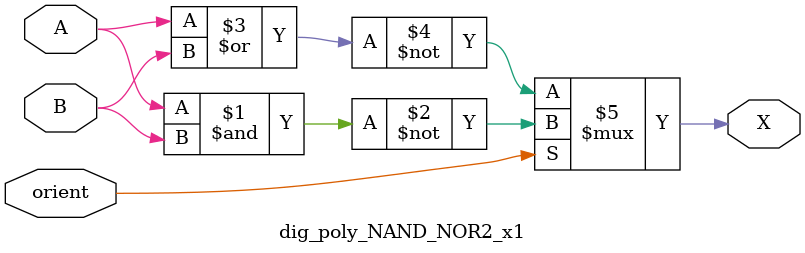
<source format=sv>
/*
 John Martinuk
 jmartinu@purdue.edu
 */

module dig_poly_NAND_NOR2_x1 
  (
   input logic 	A, B, orient,
   output logic X
   );
   
   assign X = (orient) ? ~(A & B) : ~(A | B);
   
endmodule // POLI_standalone

</source>
